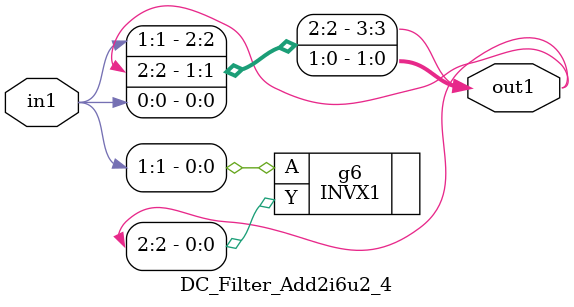
<source format=v>
`timescale 1ps / 1ps


module DC_Filter_Add2i6u2_4(in1, out1);
  input [1:0] in1;
  output [3:0] out1;
  wire [1:0] in1;
  wire [3:0] out1;
  assign out1[0] = in1[0];
  assign out1[1] = out1[2];
  assign out1[3] = in1[1];
  INVX1 g6(.A (in1[1]), .Y (out1[2]));
endmodule


</source>
